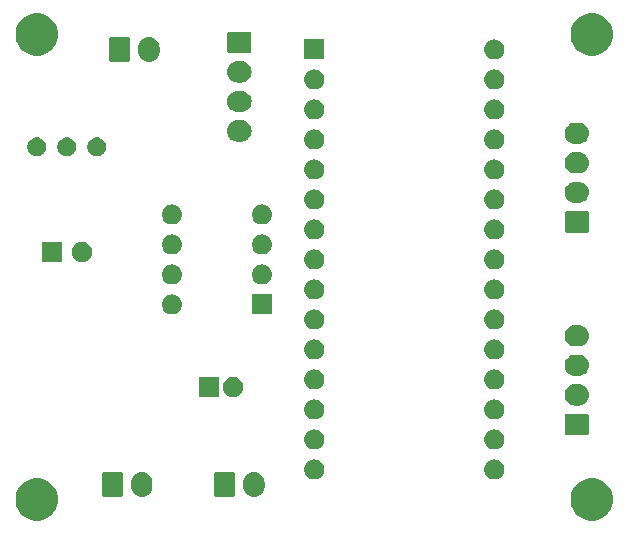
<source format=gbs>
G04 #@! TF.GenerationSoftware,KiCad,Pcbnew,(5.1.2)-2*
G04 #@! TF.CreationDate,2021-05-31T16:07:44+09:00*
G04 #@! TF.ProjectId,enc_can_2,656e635f-6361-46e5-9f32-2e6b69636164,rev?*
G04 #@! TF.SameCoordinates,Original*
G04 #@! TF.FileFunction,Soldermask,Bot*
G04 #@! TF.FilePolarity,Negative*
%FSLAX46Y46*%
G04 Gerber Fmt 4.6, Leading zero omitted, Abs format (unit mm)*
G04 Created by KiCad (PCBNEW (5.1.2)-2) date 2021-05-31 16:07:44*
%MOMM*%
%LPD*%
G04 APERTURE LIST*
%ADD10C,0.100000*%
G04 APERTURE END LIST*
D10*
G36*
X158640331Y-127808211D02*
G01*
X158968092Y-127943974D01*
X159263070Y-128141072D01*
X159513928Y-128391930D01*
X159711026Y-128686908D01*
X159846789Y-129014669D01*
X159916000Y-129362616D01*
X159916000Y-129717384D01*
X159846789Y-130065331D01*
X159711026Y-130393092D01*
X159513928Y-130688070D01*
X159263070Y-130938928D01*
X158968092Y-131136026D01*
X158640331Y-131271789D01*
X158292384Y-131341000D01*
X157937616Y-131341000D01*
X157589669Y-131271789D01*
X157261908Y-131136026D01*
X156966930Y-130938928D01*
X156716072Y-130688070D01*
X156518974Y-130393092D01*
X156383211Y-130065331D01*
X156314000Y-129717384D01*
X156314000Y-129362616D01*
X156383211Y-129014669D01*
X156518974Y-128686908D01*
X156716072Y-128391930D01*
X156966930Y-128141072D01*
X157261908Y-127943974D01*
X157589669Y-127808211D01*
X157937616Y-127739000D01*
X158292384Y-127739000D01*
X158640331Y-127808211D01*
X158640331Y-127808211D01*
G37*
G36*
X111650331Y-127808211D02*
G01*
X111978092Y-127943974D01*
X112273070Y-128141072D01*
X112523928Y-128391930D01*
X112721026Y-128686908D01*
X112856789Y-129014669D01*
X112926000Y-129362616D01*
X112926000Y-129717384D01*
X112856789Y-130065331D01*
X112721026Y-130393092D01*
X112523928Y-130688070D01*
X112273070Y-130938928D01*
X111978092Y-131136026D01*
X111650331Y-131271789D01*
X111302384Y-131341000D01*
X110947616Y-131341000D01*
X110599669Y-131271789D01*
X110271908Y-131136026D01*
X109976930Y-130938928D01*
X109726072Y-130688070D01*
X109528974Y-130393092D01*
X109393211Y-130065331D01*
X109324000Y-129717384D01*
X109324000Y-129362616D01*
X109393211Y-129014669D01*
X109528974Y-128686908D01*
X109726072Y-128391930D01*
X109976930Y-128141072D01*
X110271908Y-127943974D01*
X110599669Y-127808211D01*
X110947616Y-127739000D01*
X111302384Y-127739000D01*
X111650331Y-127808211D01*
X111650331Y-127808211D01*
G37*
G36*
X120191626Y-127232037D02*
G01*
X120361465Y-127283557D01*
X120361467Y-127283558D01*
X120517989Y-127367221D01*
X120655186Y-127479814D01*
X120738448Y-127581271D01*
X120767778Y-127617009D01*
X120851443Y-127773534D01*
X120902963Y-127943373D01*
X120916000Y-128075742D01*
X120916000Y-128464257D01*
X120902963Y-128596626D01*
X120851443Y-128766466D01*
X120767778Y-128922991D01*
X120738448Y-128958729D01*
X120655186Y-129060186D01*
X120560250Y-129138097D01*
X120517991Y-129172778D01*
X120361466Y-129256443D01*
X120191627Y-129307963D01*
X120015000Y-129325359D01*
X119838374Y-129307963D01*
X119668535Y-129256443D01*
X119512010Y-129172778D01*
X119374815Y-129060185D01*
X119262222Y-128922991D01*
X119178557Y-128766466D01*
X119127037Y-128596627D01*
X119114000Y-128464258D01*
X119114000Y-128075743D01*
X119127037Y-127943374D01*
X119178557Y-127773535D01*
X119262222Y-127617010D01*
X119272358Y-127604659D01*
X119374814Y-127479814D01*
X119476271Y-127396552D01*
X119512009Y-127367222D01*
X119668534Y-127283557D01*
X119838373Y-127232037D01*
X120015000Y-127214641D01*
X120191626Y-127232037D01*
X120191626Y-127232037D01*
G37*
G36*
X129676626Y-127232037D02*
G01*
X129846465Y-127283557D01*
X129846467Y-127283558D01*
X130002989Y-127367221D01*
X130140186Y-127479814D01*
X130223448Y-127581271D01*
X130252778Y-127617009D01*
X130336443Y-127773534D01*
X130387963Y-127943373D01*
X130401000Y-128075742D01*
X130401000Y-128464257D01*
X130387963Y-128596626D01*
X130336443Y-128766466D01*
X130252778Y-128922991D01*
X130223448Y-128958729D01*
X130140186Y-129060186D01*
X130045250Y-129138097D01*
X130002991Y-129172778D01*
X129846466Y-129256443D01*
X129676627Y-129307963D01*
X129500000Y-129325359D01*
X129323374Y-129307963D01*
X129153535Y-129256443D01*
X128997010Y-129172778D01*
X128859815Y-129060185D01*
X128747222Y-128922991D01*
X128663557Y-128766466D01*
X128612037Y-128596627D01*
X128599000Y-128464258D01*
X128599000Y-128075743D01*
X128612037Y-127943374D01*
X128663557Y-127773535D01*
X128747222Y-127617010D01*
X128757358Y-127604659D01*
X128859814Y-127479814D01*
X128961271Y-127396552D01*
X128997009Y-127367222D01*
X129153534Y-127283557D01*
X129323373Y-127232037D01*
X129500000Y-127214641D01*
X129676626Y-127232037D01*
X129676626Y-127232037D01*
G37*
G36*
X127758600Y-127222989D02*
G01*
X127791652Y-127233015D01*
X127822103Y-127249292D01*
X127848799Y-127271201D01*
X127870708Y-127297897D01*
X127886985Y-127328348D01*
X127897011Y-127361400D01*
X127901000Y-127401903D01*
X127901000Y-129138097D01*
X127897011Y-129178600D01*
X127886985Y-129211652D01*
X127870708Y-129242103D01*
X127848799Y-129268799D01*
X127822103Y-129290708D01*
X127791652Y-129306985D01*
X127758600Y-129317011D01*
X127718097Y-129321000D01*
X126281903Y-129321000D01*
X126241400Y-129317011D01*
X126208348Y-129306985D01*
X126177897Y-129290708D01*
X126151201Y-129268799D01*
X126129292Y-129242103D01*
X126113015Y-129211652D01*
X126102989Y-129178600D01*
X126099000Y-129138097D01*
X126099000Y-127401903D01*
X126102989Y-127361400D01*
X126113015Y-127328348D01*
X126129292Y-127297897D01*
X126151201Y-127271201D01*
X126177897Y-127249292D01*
X126208348Y-127233015D01*
X126241400Y-127222989D01*
X126281903Y-127219000D01*
X127718097Y-127219000D01*
X127758600Y-127222989D01*
X127758600Y-127222989D01*
G37*
G36*
X118273600Y-127222989D02*
G01*
X118306652Y-127233015D01*
X118337103Y-127249292D01*
X118363799Y-127271201D01*
X118385708Y-127297897D01*
X118401985Y-127328348D01*
X118412011Y-127361400D01*
X118416000Y-127401903D01*
X118416000Y-129138097D01*
X118412011Y-129178600D01*
X118401985Y-129211652D01*
X118385708Y-129242103D01*
X118363799Y-129268799D01*
X118337103Y-129290708D01*
X118306652Y-129306985D01*
X118273600Y-129317011D01*
X118233097Y-129321000D01*
X116796903Y-129321000D01*
X116756400Y-129317011D01*
X116723348Y-129306985D01*
X116692897Y-129290708D01*
X116666201Y-129268799D01*
X116644292Y-129242103D01*
X116628015Y-129211652D01*
X116617989Y-129178600D01*
X116614000Y-129138097D01*
X116614000Y-127401903D01*
X116617989Y-127361400D01*
X116628015Y-127328348D01*
X116644292Y-127297897D01*
X116666201Y-127271201D01*
X116692897Y-127249292D01*
X116723348Y-127233015D01*
X116756400Y-127222989D01*
X116796903Y-127219000D01*
X118233097Y-127219000D01*
X118273600Y-127222989D01*
X118273600Y-127222989D01*
G37*
G36*
X150026823Y-126161313D02*
G01*
X150187242Y-126209976D01*
X150319906Y-126280886D01*
X150335078Y-126288996D01*
X150464659Y-126395341D01*
X150571004Y-126524922D01*
X150571005Y-126524924D01*
X150650024Y-126672758D01*
X150698687Y-126833177D01*
X150715117Y-127000000D01*
X150698687Y-127166823D01*
X150650024Y-127327242D01*
X150628654Y-127367222D01*
X150571004Y-127475078D01*
X150464659Y-127604659D01*
X150335078Y-127711004D01*
X150335076Y-127711005D01*
X150187242Y-127790024D01*
X150026823Y-127838687D01*
X149901804Y-127851000D01*
X149818196Y-127851000D01*
X149693177Y-127838687D01*
X149532758Y-127790024D01*
X149384924Y-127711005D01*
X149384922Y-127711004D01*
X149255341Y-127604659D01*
X149148996Y-127475078D01*
X149091346Y-127367222D01*
X149069976Y-127327242D01*
X149021313Y-127166823D01*
X149004883Y-127000000D01*
X149021313Y-126833177D01*
X149069976Y-126672758D01*
X149148995Y-126524924D01*
X149148996Y-126524922D01*
X149255341Y-126395341D01*
X149384922Y-126288996D01*
X149400094Y-126280886D01*
X149532758Y-126209976D01*
X149693177Y-126161313D01*
X149818196Y-126149000D01*
X149901804Y-126149000D01*
X150026823Y-126161313D01*
X150026823Y-126161313D01*
G37*
G36*
X134786823Y-126161313D02*
G01*
X134947242Y-126209976D01*
X135079906Y-126280886D01*
X135095078Y-126288996D01*
X135224659Y-126395341D01*
X135331004Y-126524922D01*
X135331005Y-126524924D01*
X135410024Y-126672758D01*
X135458687Y-126833177D01*
X135475117Y-127000000D01*
X135458687Y-127166823D01*
X135410024Y-127327242D01*
X135388654Y-127367222D01*
X135331004Y-127475078D01*
X135224659Y-127604659D01*
X135095078Y-127711004D01*
X135095076Y-127711005D01*
X134947242Y-127790024D01*
X134786823Y-127838687D01*
X134661804Y-127851000D01*
X134578196Y-127851000D01*
X134453177Y-127838687D01*
X134292758Y-127790024D01*
X134144924Y-127711005D01*
X134144922Y-127711004D01*
X134015341Y-127604659D01*
X133908996Y-127475078D01*
X133851346Y-127367222D01*
X133829976Y-127327242D01*
X133781313Y-127166823D01*
X133764883Y-127000000D01*
X133781313Y-126833177D01*
X133829976Y-126672758D01*
X133908995Y-126524924D01*
X133908996Y-126524922D01*
X134015341Y-126395341D01*
X134144922Y-126288996D01*
X134160094Y-126280886D01*
X134292758Y-126209976D01*
X134453177Y-126161313D01*
X134578196Y-126149000D01*
X134661804Y-126149000D01*
X134786823Y-126161313D01*
X134786823Y-126161313D01*
G37*
G36*
X150026823Y-123621313D02*
G01*
X150187242Y-123669976D01*
X150319906Y-123740886D01*
X150335078Y-123748996D01*
X150464659Y-123855341D01*
X150571004Y-123984922D01*
X150571005Y-123984924D01*
X150650024Y-124132758D01*
X150698687Y-124293177D01*
X150715117Y-124460000D01*
X150698687Y-124626823D01*
X150650024Y-124787242D01*
X150579114Y-124919906D01*
X150571004Y-124935078D01*
X150464659Y-125064659D01*
X150335078Y-125171004D01*
X150335076Y-125171005D01*
X150187242Y-125250024D01*
X150026823Y-125298687D01*
X149901804Y-125311000D01*
X149818196Y-125311000D01*
X149693177Y-125298687D01*
X149532758Y-125250024D01*
X149384924Y-125171005D01*
X149384922Y-125171004D01*
X149255341Y-125064659D01*
X149148996Y-124935078D01*
X149140886Y-124919906D01*
X149069976Y-124787242D01*
X149021313Y-124626823D01*
X149004883Y-124460000D01*
X149021313Y-124293177D01*
X149069976Y-124132758D01*
X149148995Y-123984924D01*
X149148996Y-123984922D01*
X149255341Y-123855341D01*
X149384922Y-123748996D01*
X149400094Y-123740886D01*
X149532758Y-123669976D01*
X149693177Y-123621313D01*
X149818196Y-123609000D01*
X149901804Y-123609000D01*
X150026823Y-123621313D01*
X150026823Y-123621313D01*
G37*
G36*
X134786823Y-123621313D02*
G01*
X134947242Y-123669976D01*
X135079906Y-123740886D01*
X135095078Y-123748996D01*
X135224659Y-123855341D01*
X135331004Y-123984922D01*
X135331005Y-123984924D01*
X135410024Y-124132758D01*
X135458687Y-124293177D01*
X135475117Y-124460000D01*
X135458687Y-124626823D01*
X135410024Y-124787242D01*
X135339114Y-124919906D01*
X135331004Y-124935078D01*
X135224659Y-125064659D01*
X135095078Y-125171004D01*
X135095076Y-125171005D01*
X134947242Y-125250024D01*
X134786823Y-125298687D01*
X134661804Y-125311000D01*
X134578196Y-125311000D01*
X134453177Y-125298687D01*
X134292758Y-125250024D01*
X134144924Y-125171005D01*
X134144922Y-125171004D01*
X134015341Y-125064659D01*
X133908996Y-124935078D01*
X133900886Y-124919906D01*
X133829976Y-124787242D01*
X133781313Y-124626823D01*
X133764883Y-124460000D01*
X133781313Y-124293177D01*
X133829976Y-124132758D01*
X133908995Y-123984924D01*
X133908996Y-123984922D01*
X134015341Y-123855341D01*
X134144922Y-123748996D01*
X134160094Y-123740886D01*
X134292758Y-123669976D01*
X134453177Y-123621313D01*
X134578196Y-123609000D01*
X134661804Y-123609000D01*
X134786823Y-123621313D01*
X134786823Y-123621313D01*
G37*
G36*
X157728600Y-122292989D02*
G01*
X157761652Y-122303015D01*
X157792103Y-122319292D01*
X157818799Y-122341201D01*
X157840708Y-122367897D01*
X157856985Y-122398348D01*
X157867011Y-122431400D01*
X157871000Y-122471903D01*
X157871000Y-123908097D01*
X157867011Y-123948600D01*
X157856985Y-123981652D01*
X157840708Y-124012103D01*
X157818799Y-124038799D01*
X157792103Y-124060708D01*
X157761652Y-124076985D01*
X157728600Y-124087011D01*
X157688097Y-124091000D01*
X156001903Y-124091000D01*
X155961400Y-124087011D01*
X155928348Y-124076985D01*
X155897897Y-124060708D01*
X155871201Y-124038799D01*
X155849292Y-124012103D01*
X155833015Y-123981652D01*
X155822989Y-123948600D01*
X155819000Y-123908097D01*
X155819000Y-122471903D01*
X155822989Y-122431400D01*
X155833015Y-122398348D01*
X155849292Y-122367897D01*
X155871201Y-122341201D01*
X155897897Y-122319292D01*
X155928348Y-122303015D01*
X155961400Y-122292989D01*
X156001903Y-122289000D01*
X157688097Y-122289000D01*
X157728600Y-122292989D01*
X157728600Y-122292989D01*
G37*
G36*
X134786823Y-121081313D02*
G01*
X134947242Y-121129976D01*
X135065131Y-121192989D01*
X135095078Y-121208996D01*
X135224659Y-121315341D01*
X135331004Y-121444922D01*
X135331005Y-121444924D01*
X135410024Y-121592758D01*
X135458687Y-121753177D01*
X135475117Y-121920000D01*
X135458687Y-122086823D01*
X135410024Y-122247242D01*
X135371512Y-122319292D01*
X135331004Y-122395078D01*
X135224659Y-122524659D01*
X135095078Y-122631004D01*
X135095076Y-122631005D01*
X134947242Y-122710024D01*
X134786823Y-122758687D01*
X134661804Y-122771000D01*
X134578196Y-122771000D01*
X134453177Y-122758687D01*
X134292758Y-122710024D01*
X134144924Y-122631005D01*
X134144922Y-122631004D01*
X134015341Y-122524659D01*
X133908996Y-122395078D01*
X133868488Y-122319292D01*
X133829976Y-122247242D01*
X133781313Y-122086823D01*
X133764883Y-121920000D01*
X133781313Y-121753177D01*
X133829976Y-121592758D01*
X133908995Y-121444924D01*
X133908996Y-121444922D01*
X134015341Y-121315341D01*
X134144922Y-121208996D01*
X134174869Y-121192989D01*
X134292758Y-121129976D01*
X134453177Y-121081313D01*
X134578196Y-121069000D01*
X134661804Y-121069000D01*
X134786823Y-121081313D01*
X134786823Y-121081313D01*
G37*
G36*
X150026823Y-121081313D02*
G01*
X150187242Y-121129976D01*
X150305131Y-121192989D01*
X150335078Y-121208996D01*
X150464659Y-121315341D01*
X150571004Y-121444922D01*
X150571005Y-121444924D01*
X150650024Y-121592758D01*
X150698687Y-121753177D01*
X150715117Y-121920000D01*
X150698687Y-122086823D01*
X150650024Y-122247242D01*
X150611512Y-122319292D01*
X150571004Y-122395078D01*
X150464659Y-122524659D01*
X150335078Y-122631004D01*
X150335076Y-122631005D01*
X150187242Y-122710024D01*
X150026823Y-122758687D01*
X149901804Y-122771000D01*
X149818196Y-122771000D01*
X149693177Y-122758687D01*
X149532758Y-122710024D01*
X149384924Y-122631005D01*
X149384922Y-122631004D01*
X149255341Y-122524659D01*
X149148996Y-122395078D01*
X149108488Y-122319292D01*
X149069976Y-122247242D01*
X149021313Y-122086823D01*
X149004883Y-121920000D01*
X149021313Y-121753177D01*
X149069976Y-121592758D01*
X149148995Y-121444924D01*
X149148996Y-121444922D01*
X149255341Y-121315341D01*
X149384922Y-121208996D01*
X149414869Y-121192989D01*
X149532758Y-121129976D01*
X149693177Y-121081313D01*
X149818196Y-121069000D01*
X149901804Y-121069000D01*
X150026823Y-121081313D01*
X150026823Y-121081313D01*
G37*
G36*
X157080443Y-119795519D02*
G01*
X157146627Y-119802037D01*
X157316466Y-119853557D01*
X157472991Y-119937222D01*
X157508729Y-119966552D01*
X157610186Y-120049814D01*
X157693448Y-120151271D01*
X157722778Y-120187009D01*
X157806443Y-120343534D01*
X157857963Y-120513373D01*
X157875359Y-120690000D01*
X157857963Y-120866627D01*
X157806443Y-121036466D01*
X157722778Y-121192991D01*
X157709643Y-121208996D01*
X157610186Y-121330186D01*
X157508729Y-121413448D01*
X157472991Y-121442778D01*
X157316466Y-121526443D01*
X157146627Y-121577963D01*
X157080442Y-121584482D01*
X157014260Y-121591000D01*
X156675740Y-121591000D01*
X156609558Y-121584482D01*
X156543373Y-121577963D01*
X156373534Y-121526443D01*
X156217009Y-121442778D01*
X156181271Y-121413448D01*
X156079814Y-121330186D01*
X155980357Y-121208996D01*
X155967222Y-121192991D01*
X155883557Y-121036466D01*
X155832037Y-120866627D01*
X155814641Y-120690000D01*
X155832037Y-120513373D01*
X155883557Y-120343534D01*
X155967222Y-120187009D01*
X155996552Y-120151271D01*
X156079814Y-120049814D01*
X156181271Y-119966552D01*
X156217009Y-119937222D01*
X156373534Y-119853557D01*
X156543373Y-119802037D01*
X156609557Y-119795519D01*
X156675740Y-119789000D01*
X157014260Y-119789000D01*
X157080443Y-119795519D01*
X157080443Y-119795519D01*
G37*
G36*
X127978228Y-119196703D02*
G01*
X128133100Y-119260853D01*
X128272481Y-119353985D01*
X128391015Y-119472519D01*
X128484147Y-119611900D01*
X128548297Y-119766772D01*
X128581000Y-119931184D01*
X128581000Y-120098816D01*
X128548297Y-120263228D01*
X128484147Y-120418100D01*
X128391015Y-120557481D01*
X128272481Y-120676015D01*
X128133100Y-120769147D01*
X127978228Y-120833297D01*
X127813816Y-120866000D01*
X127646184Y-120866000D01*
X127481772Y-120833297D01*
X127326900Y-120769147D01*
X127187519Y-120676015D01*
X127068985Y-120557481D01*
X126975853Y-120418100D01*
X126911703Y-120263228D01*
X126879000Y-120098816D01*
X126879000Y-119931184D01*
X126911703Y-119766772D01*
X126975853Y-119611900D01*
X127068985Y-119472519D01*
X127187519Y-119353985D01*
X127326900Y-119260853D01*
X127481772Y-119196703D01*
X127646184Y-119164000D01*
X127813816Y-119164000D01*
X127978228Y-119196703D01*
X127978228Y-119196703D01*
G37*
G36*
X126581000Y-120866000D02*
G01*
X124879000Y-120866000D01*
X124879000Y-119164000D01*
X126581000Y-119164000D01*
X126581000Y-120866000D01*
X126581000Y-120866000D01*
G37*
G36*
X150026823Y-118541313D02*
G01*
X150187242Y-118589976D01*
X150319906Y-118660886D01*
X150335078Y-118668996D01*
X150464659Y-118775341D01*
X150571004Y-118904922D01*
X150571005Y-118904924D01*
X150650024Y-119052758D01*
X150698687Y-119213177D01*
X150715117Y-119380000D01*
X150698687Y-119546823D01*
X150650024Y-119707242D01*
X150606323Y-119789000D01*
X150571004Y-119855078D01*
X150464659Y-119984659D01*
X150335078Y-120091004D01*
X150335076Y-120091005D01*
X150187242Y-120170024D01*
X150026823Y-120218687D01*
X149901804Y-120231000D01*
X149818196Y-120231000D01*
X149693177Y-120218687D01*
X149532758Y-120170024D01*
X149384924Y-120091005D01*
X149384922Y-120091004D01*
X149255341Y-119984659D01*
X149148996Y-119855078D01*
X149113677Y-119789000D01*
X149069976Y-119707242D01*
X149021313Y-119546823D01*
X149004883Y-119380000D01*
X149021313Y-119213177D01*
X149069976Y-119052758D01*
X149148995Y-118904924D01*
X149148996Y-118904922D01*
X149255341Y-118775341D01*
X149384922Y-118668996D01*
X149400094Y-118660886D01*
X149532758Y-118589976D01*
X149693177Y-118541313D01*
X149818196Y-118529000D01*
X149901804Y-118529000D01*
X150026823Y-118541313D01*
X150026823Y-118541313D01*
G37*
G36*
X134786823Y-118541313D02*
G01*
X134947242Y-118589976D01*
X135079906Y-118660886D01*
X135095078Y-118668996D01*
X135224659Y-118775341D01*
X135331004Y-118904922D01*
X135331005Y-118904924D01*
X135410024Y-119052758D01*
X135458687Y-119213177D01*
X135475117Y-119380000D01*
X135458687Y-119546823D01*
X135410024Y-119707242D01*
X135366323Y-119789000D01*
X135331004Y-119855078D01*
X135224659Y-119984659D01*
X135095078Y-120091004D01*
X135095076Y-120091005D01*
X134947242Y-120170024D01*
X134786823Y-120218687D01*
X134661804Y-120231000D01*
X134578196Y-120231000D01*
X134453177Y-120218687D01*
X134292758Y-120170024D01*
X134144924Y-120091005D01*
X134144922Y-120091004D01*
X134015341Y-119984659D01*
X133908996Y-119855078D01*
X133873677Y-119789000D01*
X133829976Y-119707242D01*
X133781313Y-119546823D01*
X133764883Y-119380000D01*
X133781313Y-119213177D01*
X133829976Y-119052758D01*
X133908995Y-118904924D01*
X133908996Y-118904922D01*
X134015341Y-118775341D01*
X134144922Y-118668996D01*
X134160094Y-118660886D01*
X134292758Y-118589976D01*
X134453177Y-118541313D01*
X134578196Y-118529000D01*
X134661804Y-118529000D01*
X134786823Y-118541313D01*
X134786823Y-118541313D01*
G37*
G36*
X157080442Y-117295518D02*
G01*
X157146627Y-117302037D01*
X157316466Y-117353557D01*
X157472991Y-117437222D01*
X157508729Y-117466552D01*
X157610186Y-117549814D01*
X157676012Y-117630025D01*
X157722778Y-117687009D01*
X157806443Y-117843534D01*
X157857963Y-118013373D01*
X157875359Y-118190000D01*
X157857963Y-118366627D01*
X157806443Y-118536466D01*
X157722778Y-118692991D01*
X157693448Y-118728729D01*
X157610186Y-118830186D01*
X157519116Y-118904924D01*
X157472991Y-118942778D01*
X157316466Y-119026443D01*
X157146627Y-119077963D01*
X157080442Y-119084482D01*
X157014260Y-119091000D01*
X156675740Y-119091000D01*
X156609558Y-119084482D01*
X156543373Y-119077963D01*
X156373534Y-119026443D01*
X156217009Y-118942778D01*
X156170884Y-118904924D01*
X156079814Y-118830186D01*
X155996552Y-118728729D01*
X155967222Y-118692991D01*
X155883557Y-118536466D01*
X155832037Y-118366627D01*
X155814641Y-118190000D01*
X155832037Y-118013373D01*
X155883557Y-117843534D01*
X155967222Y-117687009D01*
X156013988Y-117630025D01*
X156079814Y-117549814D01*
X156181271Y-117466552D01*
X156217009Y-117437222D01*
X156373534Y-117353557D01*
X156543373Y-117302037D01*
X156609558Y-117295518D01*
X156675740Y-117289000D01*
X157014260Y-117289000D01*
X157080442Y-117295518D01*
X157080442Y-117295518D01*
G37*
G36*
X134786823Y-116001313D02*
G01*
X134947242Y-116049976D01*
X135079906Y-116120886D01*
X135095078Y-116128996D01*
X135224659Y-116235341D01*
X135331004Y-116364922D01*
X135331005Y-116364924D01*
X135410024Y-116512758D01*
X135458687Y-116673177D01*
X135475117Y-116840000D01*
X135458687Y-117006823D01*
X135410024Y-117167242D01*
X135344943Y-117289000D01*
X135331004Y-117315078D01*
X135224659Y-117444659D01*
X135095078Y-117551004D01*
X135095076Y-117551005D01*
X134947242Y-117630024D01*
X134786823Y-117678687D01*
X134661804Y-117691000D01*
X134578196Y-117691000D01*
X134453177Y-117678687D01*
X134292758Y-117630024D01*
X134144924Y-117551005D01*
X134144922Y-117551004D01*
X134015341Y-117444659D01*
X133908996Y-117315078D01*
X133895057Y-117289000D01*
X133829976Y-117167242D01*
X133781313Y-117006823D01*
X133764883Y-116840000D01*
X133781313Y-116673177D01*
X133829976Y-116512758D01*
X133908995Y-116364924D01*
X133908996Y-116364922D01*
X134015341Y-116235341D01*
X134144922Y-116128996D01*
X134160094Y-116120886D01*
X134292758Y-116049976D01*
X134453177Y-116001313D01*
X134578196Y-115989000D01*
X134661804Y-115989000D01*
X134786823Y-116001313D01*
X134786823Y-116001313D01*
G37*
G36*
X150026823Y-116001313D02*
G01*
X150187242Y-116049976D01*
X150319906Y-116120886D01*
X150335078Y-116128996D01*
X150464659Y-116235341D01*
X150571004Y-116364922D01*
X150571005Y-116364924D01*
X150650024Y-116512758D01*
X150698687Y-116673177D01*
X150715117Y-116840000D01*
X150698687Y-117006823D01*
X150650024Y-117167242D01*
X150584943Y-117289000D01*
X150571004Y-117315078D01*
X150464659Y-117444659D01*
X150335078Y-117551004D01*
X150335076Y-117551005D01*
X150187242Y-117630024D01*
X150026823Y-117678687D01*
X149901804Y-117691000D01*
X149818196Y-117691000D01*
X149693177Y-117678687D01*
X149532758Y-117630024D01*
X149384924Y-117551005D01*
X149384922Y-117551004D01*
X149255341Y-117444659D01*
X149148996Y-117315078D01*
X149135057Y-117289000D01*
X149069976Y-117167242D01*
X149021313Y-117006823D01*
X149004883Y-116840000D01*
X149021313Y-116673177D01*
X149069976Y-116512758D01*
X149148995Y-116364924D01*
X149148996Y-116364922D01*
X149255341Y-116235341D01*
X149384922Y-116128996D01*
X149400094Y-116120886D01*
X149532758Y-116049976D01*
X149693177Y-116001313D01*
X149818196Y-115989000D01*
X149901804Y-115989000D01*
X150026823Y-116001313D01*
X150026823Y-116001313D01*
G37*
G36*
X157080442Y-114795518D02*
G01*
X157146627Y-114802037D01*
X157316466Y-114853557D01*
X157472991Y-114937222D01*
X157508729Y-114966552D01*
X157610186Y-115049814D01*
X157683120Y-115138686D01*
X157722778Y-115187009D01*
X157806443Y-115343534D01*
X157857963Y-115513373D01*
X157875359Y-115690000D01*
X157857963Y-115866627D01*
X157806443Y-116036466D01*
X157722778Y-116192991D01*
X157693448Y-116228729D01*
X157610186Y-116330186D01*
X157508729Y-116413448D01*
X157472991Y-116442778D01*
X157316466Y-116526443D01*
X157146627Y-116577963D01*
X157080442Y-116584482D01*
X157014260Y-116591000D01*
X156675740Y-116591000D01*
X156609558Y-116584482D01*
X156543373Y-116577963D01*
X156373534Y-116526443D01*
X156217009Y-116442778D01*
X156181271Y-116413448D01*
X156079814Y-116330186D01*
X155996552Y-116228729D01*
X155967222Y-116192991D01*
X155883557Y-116036466D01*
X155832037Y-115866627D01*
X155814641Y-115690000D01*
X155832037Y-115513373D01*
X155883557Y-115343534D01*
X155967222Y-115187009D01*
X156006880Y-115138686D01*
X156079814Y-115049814D01*
X156181271Y-114966552D01*
X156217009Y-114937222D01*
X156373534Y-114853557D01*
X156543373Y-114802037D01*
X156609558Y-114795518D01*
X156675740Y-114789000D01*
X157014260Y-114789000D01*
X157080442Y-114795518D01*
X157080442Y-114795518D01*
G37*
G36*
X150026823Y-113461313D02*
G01*
X150187242Y-113509976D01*
X150319906Y-113580886D01*
X150335078Y-113588996D01*
X150464659Y-113695341D01*
X150571004Y-113824922D01*
X150571005Y-113824924D01*
X150650024Y-113972758D01*
X150698687Y-114133177D01*
X150715117Y-114300000D01*
X150698687Y-114466823D01*
X150650024Y-114627242D01*
X150579114Y-114759906D01*
X150571004Y-114775078D01*
X150464659Y-114904659D01*
X150335078Y-115011004D01*
X150335076Y-115011005D01*
X150187242Y-115090024D01*
X150026823Y-115138687D01*
X149901804Y-115151000D01*
X149818196Y-115151000D01*
X149693177Y-115138687D01*
X149532758Y-115090024D01*
X149384924Y-115011005D01*
X149384922Y-115011004D01*
X149255341Y-114904659D01*
X149148996Y-114775078D01*
X149140886Y-114759906D01*
X149069976Y-114627242D01*
X149021313Y-114466823D01*
X149004883Y-114300000D01*
X149021313Y-114133177D01*
X149069976Y-113972758D01*
X149148995Y-113824924D01*
X149148996Y-113824922D01*
X149255341Y-113695341D01*
X149384922Y-113588996D01*
X149400094Y-113580886D01*
X149532758Y-113509976D01*
X149693177Y-113461313D01*
X149818196Y-113449000D01*
X149901804Y-113449000D01*
X150026823Y-113461313D01*
X150026823Y-113461313D01*
G37*
G36*
X134786823Y-113461313D02*
G01*
X134947242Y-113509976D01*
X135079906Y-113580886D01*
X135095078Y-113588996D01*
X135224659Y-113695341D01*
X135331004Y-113824922D01*
X135331005Y-113824924D01*
X135410024Y-113972758D01*
X135458687Y-114133177D01*
X135475117Y-114300000D01*
X135458687Y-114466823D01*
X135410024Y-114627242D01*
X135339114Y-114759906D01*
X135331004Y-114775078D01*
X135224659Y-114904659D01*
X135095078Y-115011004D01*
X135095076Y-115011005D01*
X134947242Y-115090024D01*
X134786823Y-115138687D01*
X134661804Y-115151000D01*
X134578196Y-115151000D01*
X134453177Y-115138687D01*
X134292758Y-115090024D01*
X134144924Y-115011005D01*
X134144922Y-115011004D01*
X134015341Y-114904659D01*
X133908996Y-114775078D01*
X133900886Y-114759906D01*
X133829976Y-114627242D01*
X133781313Y-114466823D01*
X133764883Y-114300000D01*
X133781313Y-114133177D01*
X133829976Y-113972758D01*
X133908995Y-113824924D01*
X133908996Y-113824922D01*
X134015341Y-113695341D01*
X134144922Y-113588996D01*
X134160094Y-113580886D01*
X134292758Y-113509976D01*
X134453177Y-113461313D01*
X134578196Y-113449000D01*
X134661804Y-113449000D01*
X134786823Y-113461313D01*
X134786823Y-113461313D01*
G37*
G36*
X131026000Y-113881000D02*
G01*
X129324000Y-113881000D01*
X129324000Y-112179000D01*
X131026000Y-112179000D01*
X131026000Y-113881000D01*
X131026000Y-113881000D01*
G37*
G36*
X122721823Y-112191313D02*
G01*
X122882242Y-112239976D01*
X123014906Y-112310886D01*
X123030078Y-112318996D01*
X123159659Y-112425341D01*
X123266004Y-112554922D01*
X123266005Y-112554924D01*
X123345024Y-112702758D01*
X123393687Y-112863177D01*
X123410117Y-113030000D01*
X123393687Y-113196823D01*
X123345024Y-113357242D01*
X123295978Y-113449000D01*
X123266004Y-113505078D01*
X123159659Y-113634659D01*
X123030078Y-113741004D01*
X123030076Y-113741005D01*
X122882242Y-113820024D01*
X122721823Y-113868687D01*
X122596804Y-113881000D01*
X122513196Y-113881000D01*
X122388177Y-113868687D01*
X122227758Y-113820024D01*
X122079924Y-113741005D01*
X122079922Y-113741004D01*
X121950341Y-113634659D01*
X121843996Y-113505078D01*
X121814022Y-113449000D01*
X121764976Y-113357242D01*
X121716313Y-113196823D01*
X121699883Y-113030000D01*
X121716313Y-112863177D01*
X121764976Y-112702758D01*
X121843995Y-112554924D01*
X121843996Y-112554922D01*
X121950341Y-112425341D01*
X122079922Y-112318996D01*
X122095094Y-112310886D01*
X122227758Y-112239976D01*
X122388177Y-112191313D01*
X122513196Y-112179000D01*
X122596804Y-112179000D01*
X122721823Y-112191313D01*
X122721823Y-112191313D01*
G37*
G36*
X150026823Y-110921313D02*
G01*
X150187242Y-110969976D01*
X150319906Y-111040886D01*
X150335078Y-111048996D01*
X150464659Y-111155341D01*
X150571004Y-111284922D01*
X150571005Y-111284924D01*
X150650024Y-111432758D01*
X150698687Y-111593177D01*
X150715117Y-111760000D01*
X150698687Y-111926823D01*
X150650024Y-112087242D01*
X150600978Y-112179000D01*
X150571004Y-112235078D01*
X150464659Y-112364659D01*
X150335078Y-112471004D01*
X150335076Y-112471005D01*
X150187242Y-112550024D01*
X150026823Y-112598687D01*
X149901804Y-112611000D01*
X149818196Y-112611000D01*
X149693177Y-112598687D01*
X149532758Y-112550024D01*
X149384924Y-112471005D01*
X149384922Y-112471004D01*
X149255341Y-112364659D01*
X149148996Y-112235078D01*
X149119022Y-112179000D01*
X149069976Y-112087242D01*
X149021313Y-111926823D01*
X149004883Y-111760000D01*
X149021313Y-111593177D01*
X149069976Y-111432758D01*
X149148995Y-111284924D01*
X149148996Y-111284922D01*
X149255341Y-111155341D01*
X149384922Y-111048996D01*
X149400094Y-111040886D01*
X149532758Y-110969976D01*
X149693177Y-110921313D01*
X149818196Y-110909000D01*
X149901804Y-110909000D01*
X150026823Y-110921313D01*
X150026823Y-110921313D01*
G37*
G36*
X134786823Y-110921313D02*
G01*
X134947242Y-110969976D01*
X135079906Y-111040886D01*
X135095078Y-111048996D01*
X135224659Y-111155341D01*
X135331004Y-111284922D01*
X135331005Y-111284924D01*
X135410024Y-111432758D01*
X135458687Y-111593177D01*
X135475117Y-111760000D01*
X135458687Y-111926823D01*
X135410024Y-112087242D01*
X135360978Y-112179000D01*
X135331004Y-112235078D01*
X135224659Y-112364659D01*
X135095078Y-112471004D01*
X135095076Y-112471005D01*
X134947242Y-112550024D01*
X134786823Y-112598687D01*
X134661804Y-112611000D01*
X134578196Y-112611000D01*
X134453177Y-112598687D01*
X134292758Y-112550024D01*
X134144924Y-112471005D01*
X134144922Y-112471004D01*
X134015341Y-112364659D01*
X133908996Y-112235078D01*
X133879022Y-112179000D01*
X133829976Y-112087242D01*
X133781313Y-111926823D01*
X133764883Y-111760000D01*
X133781313Y-111593177D01*
X133829976Y-111432758D01*
X133908995Y-111284924D01*
X133908996Y-111284922D01*
X134015341Y-111155341D01*
X134144922Y-111048996D01*
X134160094Y-111040886D01*
X134292758Y-110969976D01*
X134453177Y-110921313D01*
X134578196Y-110909000D01*
X134661804Y-110909000D01*
X134786823Y-110921313D01*
X134786823Y-110921313D01*
G37*
G36*
X122721823Y-109651313D02*
G01*
X122882242Y-109699976D01*
X123014906Y-109770886D01*
X123030078Y-109778996D01*
X123159659Y-109885341D01*
X123266004Y-110014922D01*
X123266005Y-110014924D01*
X123345024Y-110162758D01*
X123393687Y-110323177D01*
X123410117Y-110490000D01*
X123393687Y-110656823D01*
X123345024Y-110817242D01*
X123295978Y-110909000D01*
X123266004Y-110965078D01*
X123159659Y-111094659D01*
X123030078Y-111201004D01*
X123030076Y-111201005D01*
X122882242Y-111280024D01*
X122721823Y-111328687D01*
X122596804Y-111341000D01*
X122513196Y-111341000D01*
X122388177Y-111328687D01*
X122227758Y-111280024D01*
X122079924Y-111201005D01*
X122079922Y-111201004D01*
X121950341Y-111094659D01*
X121843996Y-110965078D01*
X121814022Y-110909000D01*
X121764976Y-110817242D01*
X121716313Y-110656823D01*
X121699883Y-110490000D01*
X121716313Y-110323177D01*
X121764976Y-110162758D01*
X121843995Y-110014924D01*
X121843996Y-110014922D01*
X121950341Y-109885341D01*
X122079922Y-109778996D01*
X122095094Y-109770886D01*
X122227758Y-109699976D01*
X122388177Y-109651313D01*
X122513196Y-109639000D01*
X122596804Y-109639000D01*
X122721823Y-109651313D01*
X122721823Y-109651313D01*
G37*
G36*
X130341823Y-109651313D02*
G01*
X130502242Y-109699976D01*
X130634906Y-109770886D01*
X130650078Y-109778996D01*
X130779659Y-109885341D01*
X130886004Y-110014922D01*
X130886005Y-110014924D01*
X130965024Y-110162758D01*
X131013687Y-110323177D01*
X131030117Y-110490000D01*
X131013687Y-110656823D01*
X130965024Y-110817242D01*
X130915978Y-110909000D01*
X130886004Y-110965078D01*
X130779659Y-111094659D01*
X130650078Y-111201004D01*
X130650076Y-111201005D01*
X130502242Y-111280024D01*
X130341823Y-111328687D01*
X130216804Y-111341000D01*
X130133196Y-111341000D01*
X130008177Y-111328687D01*
X129847758Y-111280024D01*
X129699924Y-111201005D01*
X129699922Y-111201004D01*
X129570341Y-111094659D01*
X129463996Y-110965078D01*
X129434022Y-110909000D01*
X129384976Y-110817242D01*
X129336313Y-110656823D01*
X129319883Y-110490000D01*
X129336313Y-110323177D01*
X129384976Y-110162758D01*
X129463995Y-110014924D01*
X129463996Y-110014922D01*
X129570341Y-109885341D01*
X129699922Y-109778996D01*
X129715094Y-109770886D01*
X129847758Y-109699976D01*
X130008177Y-109651313D01*
X130133196Y-109639000D01*
X130216804Y-109639000D01*
X130341823Y-109651313D01*
X130341823Y-109651313D01*
G37*
G36*
X134786823Y-108381313D02*
G01*
X134947242Y-108429976D01*
X135079906Y-108500886D01*
X135095078Y-108508996D01*
X135224659Y-108615341D01*
X135331004Y-108744922D01*
X135331005Y-108744924D01*
X135410024Y-108892758D01*
X135458687Y-109053177D01*
X135475117Y-109220000D01*
X135458687Y-109386823D01*
X135410024Y-109547242D01*
X135360978Y-109639000D01*
X135331004Y-109695078D01*
X135224659Y-109824659D01*
X135095078Y-109931004D01*
X135095076Y-109931005D01*
X134947242Y-110010024D01*
X134786823Y-110058687D01*
X134661804Y-110071000D01*
X134578196Y-110071000D01*
X134453177Y-110058687D01*
X134292758Y-110010024D01*
X134144924Y-109931005D01*
X134144922Y-109931004D01*
X134015341Y-109824659D01*
X133908996Y-109695078D01*
X133879022Y-109639000D01*
X133829976Y-109547242D01*
X133781313Y-109386823D01*
X133764883Y-109220000D01*
X133781313Y-109053177D01*
X133829976Y-108892758D01*
X133908995Y-108744924D01*
X133908996Y-108744922D01*
X134015341Y-108615341D01*
X134144922Y-108508996D01*
X134160094Y-108500886D01*
X134292758Y-108429976D01*
X134453177Y-108381313D01*
X134578196Y-108369000D01*
X134661804Y-108369000D01*
X134786823Y-108381313D01*
X134786823Y-108381313D01*
G37*
G36*
X150026823Y-108381313D02*
G01*
X150187242Y-108429976D01*
X150319906Y-108500886D01*
X150335078Y-108508996D01*
X150464659Y-108615341D01*
X150571004Y-108744922D01*
X150571005Y-108744924D01*
X150650024Y-108892758D01*
X150698687Y-109053177D01*
X150715117Y-109220000D01*
X150698687Y-109386823D01*
X150650024Y-109547242D01*
X150600978Y-109639000D01*
X150571004Y-109695078D01*
X150464659Y-109824659D01*
X150335078Y-109931004D01*
X150335076Y-109931005D01*
X150187242Y-110010024D01*
X150026823Y-110058687D01*
X149901804Y-110071000D01*
X149818196Y-110071000D01*
X149693177Y-110058687D01*
X149532758Y-110010024D01*
X149384924Y-109931005D01*
X149384922Y-109931004D01*
X149255341Y-109824659D01*
X149148996Y-109695078D01*
X149119022Y-109639000D01*
X149069976Y-109547242D01*
X149021313Y-109386823D01*
X149004883Y-109220000D01*
X149021313Y-109053177D01*
X149069976Y-108892758D01*
X149148995Y-108744924D01*
X149148996Y-108744922D01*
X149255341Y-108615341D01*
X149384922Y-108508996D01*
X149400094Y-108500886D01*
X149532758Y-108429976D01*
X149693177Y-108381313D01*
X149818196Y-108369000D01*
X149901804Y-108369000D01*
X150026823Y-108381313D01*
X150026823Y-108381313D01*
G37*
G36*
X113286000Y-109436000D02*
G01*
X111584000Y-109436000D01*
X111584000Y-107734000D01*
X113286000Y-107734000D01*
X113286000Y-109436000D01*
X113286000Y-109436000D01*
G37*
G36*
X115183228Y-107766703D02*
G01*
X115338100Y-107830853D01*
X115477481Y-107923985D01*
X115596015Y-108042519D01*
X115689147Y-108181900D01*
X115753297Y-108336772D01*
X115786000Y-108501184D01*
X115786000Y-108668816D01*
X115753297Y-108833228D01*
X115689147Y-108988100D01*
X115596015Y-109127481D01*
X115477481Y-109246015D01*
X115338100Y-109339147D01*
X115183228Y-109403297D01*
X115018816Y-109436000D01*
X114851184Y-109436000D01*
X114686772Y-109403297D01*
X114531900Y-109339147D01*
X114392519Y-109246015D01*
X114273985Y-109127481D01*
X114180853Y-108988100D01*
X114116703Y-108833228D01*
X114084000Y-108668816D01*
X114084000Y-108501184D01*
X114116703Y-108336772D01*
X114180853Y-108181900D01*
X114273985Y-108042519D01*
X114392519Y-107923985D01*
X114531900Y-107830853D01*
X114686772Y-107766703D01*
X114851184Y-107734000D01*
X115018816Y-107734000D01*
X115183228Y-107766703D01*
X115183228Y-107766703D01*
G37*
G36*
X130341823Y-107111313D02*
G01*
X130502242Y-107159976D01*
X130634906Y-107230886D01*
X130650078Y-107238996D01*
X130779659Y-107345341D01*
X130886004Y-107474922D01*
X130886005Y-107474924D01*
X130965024Y-107622758D01*
X131013687Y-107783177D01*
X131030117Y-107950000D01*
X131013687Y-108116823D01*
X130965024Y-108277242D01*
X130915978Y-108369000D01*
X130886004Y-108425078D01*
X130779659Y-108554659D01*
X130650078Y-108661004D01*
X130650076Y-108661005D01*
X130502242Y-108740024D01*
X130341823Y-108788687D01*
X130216804Y-108801000D01*
X130133196Y-108801000D01*
X130008177Y-108788687D01*
X129847758Y-108740024D01*
X129699924Y-108661005D01*
X129699922Y-108661004D01*
X129570341Y-108554659D01*
X129463996Y-108425078D01*
X129434022Y-108369000D01*
X129384976Y-108277242D01*
X129336313Y-108116823D01*
X129319883Y-107950000D01*
X129336313Y-107783177D01*
X129384976Y-107622758D01*
X129463995Y-107474924D01*
X129463996Y-107474922D01*
X129570341Y-107345341D01*
X129699922Y-107238996D01*
X129715094Y-107230886D01*
X129847758Y-107159976D01*
X130008177Y-107111313D01*
X130133196Y-107099000D01*
X130216804Y-107099000D01*
X130341823Y-107111313D01*
X130341823Y-107111313D01*
G37*
G36*
X122721823Y-107111313D02*
G01*
X122882242Y-107159976D01*
X123014906Y-107230886D01*
X123030078Y-107238996D01*
X123159659Y-107345341D01*
X123266004Y-107474922D01*
X123266005Y-107474924D01*
X123345024Y-107622758D01*
X123393687Y-107783177D01*
X123410117Y-107950000D01*
X123393687Y-108116823D01*
X123345024Y-108277242D01*
X123295978Y-108369000D01*
X123266004Y-108425078D01*
X123159659Y-108554659D01*
X123030078Y-108661004D01*
X123030076Y-108661005D01*
X122882242Y-108740024D01*
X122721823Y-108788687D01*
X122596804Y-108801000D01*
X122513196Y-108801000D01*
X122388177Y-108788687D01*
X122227758Y-108740024D01*
X122079924Y-108661005D01*
X122079922Y-108661004D01*
X121950341Y-108554659D01*
X121843996Y-108425078D01*
X121814022Y-108369000D01*
X121764976Y-108277242D01*
X121716313Y-108116823D01*
X121699883Y-107950000D01*
X121716313Y-107783177D01*
X121764976Y-107622758D01*
X121843995Y-107474924D01*
X121843996Y-107474922D01*
X121950341Y-107345341D01*
X122079922Y-107238996D01*
X122095094Y-107230886D01*
X122227758Y-107159976D01*
X122388177Y-107111313D01*
X122513196Y-107099000D01*
X122596804Y-107099000D01*
X122721823Y-107111313D01*
X122721823Y-107111313D01*
G37*
G36*
X150026823Y-105841313D02*
G01*
X150187242Y-105889976D01*
X150319906Y-105960886D01*
X150335078Y-105968996D01*
X150464659Y-106075341D01*
X150571004Y-106204922D01*
X150571005Y-106204924D01*
X150650024Y-106352758D01*
X150698687Y-106513177D01*
X150715117Y-106680000D01*
X150698687Y-106846823D01*
X150650024Y-107007242D01*
X150600978Y-107099000D01*
X150571004Y-107155078D01*
X150464659Y-107284659D01*
X150335078Y-107391004D01*
X150335076Y-107391005D01*
X150187242Y-107470024D01*
X150026823Y-107518687D01*
X149901804Y-107531000D01*
X149818196Y-107531000D01*
X149693177Y-107518687D01*
X149532758Y-107470024D01*
X149384924Y-107391005D01*
X149384922Y-107391004D01*
X149255341Y-107284659D01*
X149148996Y-107155078D01*
X149119022Y-107099000D01*
X149069976Y-107007242D01*
X149021313Y-106846823D01*
X149004883Y-106680000D01*
X149021313Y-106513177D01*
X149069976Y-106352758D01*
X149148995Y-106204924D01*
X149148996Y-106204922D01*
X149255341Y-106075341D01*
X149384922Y-105968996D01*
X149400094Y-105960886D01*
X149532758Y-105889976D01*
X149693177Y-105841313D01*
X149818196Y-105829000D01*
X149901804Y-105829000D01*
X150026823Y-105841313D01*
X150026823Y-105841313D01*
G37*
G36*
X134786823Y-105841313D02*
G01*
X134947242Y-105889976D01*
X135079906Y-105960886D01*
X135095078Y-105968996D01*
X135224659Y-106075341D01*
X135331004Y-106204922D01*
X135331005Y-106204924D01*
X135410024Y-106352758D01*
X135458687Y-106513177D01*
X135475117Y-106680000D01*
X135458687Y-106846823D01*
X135410024Y-107007242D01*
X135360978Y-107099000D01*
X135331004Y-107155078D01*
X135224659Y-107284659D01*
X135095078Y-107391004D01*
X135095076Y-107391005D01*
X134947242Y-107470024D01*
X134786823Y-107518687D01*
X134661804Y-107531000D01*
X134578196Y-107531000D01*
X134453177Y-107518687D01*
X134292758Y-107470024D01*
X134144924Y-107391005D01*
X134144922Y-107391004D01*
X134015341Y-107284659D01*
X133908996Y-107155078D01*
X133879022Y-107099000D01*
X133829976Y-107007242D01*
X133781313Y-106846823D01*
X133764883Y-106680000D01*
X133781313Y-106513177D01*
X133829976Y-106352758D01*
X133908995Y-106204924D01*
X133908996Y-106204922D01*
X134015341Y-106075341D01*
X134144922Y-105968996D01*
X134160094Y-105960886D01*
X134292758Y-105889976D01*
X134453177Y-105841313D01*
X134578196Y-105829000D01*
X134661804Y-105829000D01*
X134786823Y-105841313D01*
X134786823Y-105841313D01*
G37*
G36*
X157728600Y-105147989D02*
G01*
X157761652Y-105158015D01*
X157792103Y-105174292D01*
X157818799Y-105196201D01*
X157840708Y-105222897D01*
X157856985Y-105253348D01*
X157867011Y-105286400D01*
X157871000Y-105326903D01*
X157871000Y-106763097D01*
X157867011Y-106803600D01*
X157856985Y-106836652D01*
X157840708Y-106867103D01*
X157818799Y-106893799D01*
X157792103Y-106915708D01*
X157761652Y-106931985D01*
X157728600Y-106942011D01*
X157688097Y-106946000D01*
X156001903Y-106946000D01*
X155961400Y-106942011D01*
X155928348Y-106931985D01*
X155897897Y-106915708D01*
X155871201Y-106893799D01*
X155849292Y-106867103D01*
X155833015Y-106836652D01*
X155822989Y-106803600D01*
X155819000Y-106763097D01*
X155819000Y-105326903D01*
X155822989Y-105286400D01*
X155833015Y-105253348D01*
X155849292Y-105222897D01*
X155871201Y-105196201D01*
X155897897Y-105174292D01*
X155928348Y-105158015D01*
X155961400Y-105147989D01*
X156001903Y-105144000D01*
X157688097Y-105144000D01*
X157728600Y-105147989D01*
X157728600Y-105147989D01*
G37*
G36*
X122721823Y-104571313D02*
G01*
X122882242Y-104619976D01*
X123014906Y-104690886D01*
X123030078Y-104698996D01*
X123159659Y-104805341D01*
X123266004Y-104934922D01*
X123266005Y-104934924D01*
X123345024Y-105082758D01*
X123393687Y-105243177D01*
X123410117Y-105410000D01*
X123393687Y-105576823D01*
X123345024Y-105737242D01*
X123295978Y-105829000D01*
X123266004Y-105885078D01*
X123159659Y-106014659D01*
X123030078Y-106121004D01*
X123030076Y-106121005D01*
X122882242Y-106200024D01*
X122721823Y-106248687D01*
X122596804Y-106261000D01*
X122513196Y-106261000D01*
X122388177Y-106248687D01*
X122227758Y-106200024D01*
X122079924Y-106121005D01*
X122079922Y-106121004D01*
X121950341Y-106014659D01*
X121843996Y-105885078D01*
X121814022Y-105829000D01*
X121764976Y-105737242D01*
X121716313Y-105576823D01*
X121699883Y-105410000D01*
X121716313Y-105243177D01*
X121764976Y-105082758D01*
X121843995Y-104934924D01*
X121843996Y-104934922D01*
X121950341Y-104805341D01*
X122079922Y-104698996D01*
X122095094Y-104690886D01*
X122227758Y-104619976D01*
X122388177Y-104571313D01*
X122513196Y-104559000D01*
X122596804Y-104559000D01*
X122721823Y-104571313D01*
X122721823Y-104571313D01*
G37*
G36*
X130341823Y-104571313D02*
G01*
X130502242Y-104619976D01*
X130634906Y-104690886D01*
X130650078Y-104698996D01*
X130779659Y-104805341D01*
X130886004Y-104934922D01*
X130886005Y-104934924D01*
X130965024Y-105082758D01*
X131013687Y-105243177D01*
X131030117Y-105410000D01*
X131013687Y-105576823D01*
X130965024Y-105737242D01*
X130915978Y-105829000D01*
X130886004Y-105885078D01*
X130779659Y-106014659D01*
X130650078Y-106121004D01*
X130650076Y-106121005D01*
X130502242Y-106200024D01*
X130341823Y-106248687D01*
X130216804Y-106261000D01*
X130133196Y-106261000D01*
X130008177Y-106248687D01*
X129847758Y-106200024D01*
X129699924Y-106121005D01*
X129699922Y-106121004D01*
X129570341Y-106014659D01*
X129463996Y-105885078D01*
X129434022Y-105829000D01*
X129384976Y-105737242D01*
X129336313Y-105576823D01*
X129319883Y-105410000D01*
X129336313Y-105243177D01*
X129384976Y-105082758D01*
X129463995Y-104934924D01*
X129463996Y-104934922D01*
X129570341Y-104805341D01*
X129699922Y-104698996D01*
X129715094Y-104690886D01*
X129847758Y-104619976D01*
X130008177Y-104571313D01*
X130133196Y-104559000D01*
X130216804Y-104559000D01*
X130341823Y-104571313D01*
X130341823Y-104571313D01*
G37*
G36*
X134786823Y-103301313D02*
G01*
X134947242Y-103349976D01*
X135079906Y-103420886D01*
X135095078Y-103428996D01*
X135224659Y-103535341D01*
X135331004Y-103664922D01*
X135331005Y-103664924D01*
X135410024Y-103812758D01*
X135458687Y-103973177D01*
X135475117Y-104140000D01*
X135458687Y-104306823D01*
X135410024Y-104467242D01*
X135360978Y-104559000D01*
X135331004Y-104615078D01*
X135224659Y-104744659D01*
X135095078Y-104851004D01*
X135095076Y-104851005D01*
X134947242Y-104930024D01*
X134786823Y-104978687D01*
X134661804Y-104991000D01*
X134578196Y-104991000D01*
X134453177Y-104978687D01*
X134292758Y-104930024D01*
X134144924Y-104851005D01*
X134144922Y-104851004D01*
X134015341Y-104744659D01*
X133908996Y-104615078D01*
X133879022Y-104559000D01*
X133829976Y-104467242D01*
X133781313Y-104306823D01*
X133764883Y-104140000D01*
X133781313Y-103973177D01*
X133829976Y-103812758D01*
X133908995Y-103664924D01*
X133908996Y-103664922D01*
X134015341Y-103535341D01*
X134144922Y-103428996D01*
X134160094Y-103420886D01*
X134292758Y-103349976D01*
X134453177Y-103301313D01*
X134578196Y-103289000D01*
X134661804Y-103289000D01*
X134786823Y-103301313D01*
X134786823Y-103301313D01*
G37*
G36*
X150026823Y-103301313D02*
G01*
X150187242Y-103349976D01*
X150319906Y-103420886D01*
X150335078Y-103428996D01*
X150464659Y-103535341D01*
X150571004Y-103664922D01*
X150571005Y-103664924D01*
X150650024Y-103812758D01*
X150698687Y-103973177D01*
X150715117Y-104140000D01*
X150698687Y-104306823D01*
X150650024Y-104467242D01*
X150600978Y-104559000D01*
X150571004Y-104615078D01*
X150464659Y-104744659D01*
X150335078Y-104851004D01*
X150335076Y-104851005D01*
X150187242Y-104930024D01*
X150026823Y-104978687D01*
X149901804Y-104991000D01*
X149818196Y-104991000D01*
X149693177Y-104978687D01*
X149532758Y-104930024D01*
X149384924Y-104851005D01*
X149384922Y-104851004D01*
X149255341Y-104744659D01*
X149148996Y-104615078D01*
X149119022Y-104559000D01*
X149069976Y-104467242D01*
X149021313Y-104306823D01*
X149004883Y-104140000D01*
X149021313Y-103973177D01*
X149069976Y-103812758D01*
X149148995Y-103664924D01*
X149148996Y-103664922D01*
X149255341Y-103535341D01*
X149384922Y-103428996D01*
X149400094Y-103420886D01*
X149532758Y-103349976D01*
X149693177Y-103301313D01*
X149818196Y-103289000D01*
X149901804Y-103289000D01*
X150026823Y-103301313D01*
X150026823Y-103301313D01*
G37*
G36*
X157080442Y-102650518D02*
G01*
X157146627Y-102657037D01*
X157316466Y-102708557D01*
X157472991Y-102792222D01*
X157508729Y-102821552D01*
X157610186Y-102904814D01*
X157693448Y-103006271D01*
X157722778Y-103042009D01*
X157806443Y-103198534D01*
X157857963Y-103368373D01*
X157875359Y-103545000D01*
X157857963Y-103721627D01*
X157806443Y-103891466D01*
X157722778Y-104047991D01*
X157693448Y-104083729D01*
X157610186Y-104185186D01*
X157508729Y-104268448D01*
X157472991Y-104297778D01*
X157316466Y-104381443D01*
X157146627Y-104432963D01*
X157080443Y-104439481D01*
X157014260Y-104446000D01*
X156675740Y-104446000D01*
X156609557Y-104439481D01*
X156543373Y-104432963D01*
X156373534Y-104381443D01*
X156217009Y-104297778D01*
X156181271Y-104268448D01*
X156079814Y-104185186D01*
X155996552Y-104083729D01*
X155967222Y-104047991D01*
X155883557Y-103891466D01*
X155832037Y-103721627D01*
X155814641Y-103545000D01*
X155832037Y-103368373D01*
X155883557Y-103198534D01*
X155967222Y-103042009D01*
X155996552Y-103006271D01*
X156079814Y-102904814D01*
X156181271Y-102821552D01*
X156217009Y-102792222D01*
X156373534Y-102708557D01*
X156543373Y-102657037D01*
X156609558Y-102650518D01*
X156675740Y-102644000D01*
X157014260Y-102644000D01*
X157080442Y-102650518D01*
X157080442Y-102650518D01*
G37*
G36*
X134786823Y-100761313D02*
G01*
X134947242Y-100809976D01*
X135056495Y-100868373D01*
X135095078Y-100888996D01*
X135224659Y-100995341D01*
X135331004Y-101124922D01*
X135331005Y-101124924D01*
X135410024Y-101272758D01*
X135458687Y-101433177D01*
X135475117Y-101600000D01*
X135458687Y-101766823D01*
X135410024Y-101927242D01*
X135339114Y-102059906D01*
X135331004Y-102075078D01*
X135224659Y-102204659D01*
X135095078Y-102311004D01*
X135095076Y-102311005D01*
X134947242Y-102390024D01*
X134786823Y-102438687D01*
X134661804Y-102451000D01*
X134578196Y-102451000D01*
X134453177Y-102438687D01*
X134292758Y-102390024D01*
X134144924Y-102311005D01*
X134144922Y-102311004D01*
X134015341Y-102204659D01*
X133908996Y-102075078D01*
X133900886Y-102059906D01*
X133829976Y-101927242D01*
X133781313Y-101766823D01*
X133764883Y-101600000D01*
X133781313Y-101433177D01*
X133829976Y-101272758D01*
X133908995Y-101124924D01*
X133908996Y-101124922D01*
X134015341Y-100995341D01*
X134144922Y-100888996D01*
X134183505Y-100868373D01*
X134292758Y-100809976D01*
X134453177Y-100761313D01*
X134578196Y-100749000D01*
X134661804Y-100749000D01*
X134786823Y-100761313D01*
X134786823Y-100761313D01*
G37*
G36*
X150026823Y-100761313D02*
G01*
X150187242Y-100809976D01*
X150296495Y-100868373D01*
X150335078Y-100888996D01*
X150464659Y-100995341D01*
X150571004Y-101124922D01*
X150571005Y-101124924D01*
X150650024Y-101272758D01*
X150698687Y-101433177D01*
X150715117Y-101600000D01*
X150698687Y-101766823D01*
X150650024Y-101927242D01*
X150579114Y-102059906D01*
X150571004Y-102075078D01*
X150464659Y-102204659D01*
X150335078Y-102311004D01*
X150335076Y-102311005D01*
X150187242Y-102390024D01*
X150026823Y-102438687D01*
X149901804Y-102451000D01*
X149818196Y-102451000D01*
X149693177Y-102438687D01*
X149532758Y-102390024D01*
X149384924Y-102311005D01*
X149384922Y-102311004D01*
X149255341Y-102204659D01*
X149148996Y-102075078D01*
X149140886Y-102059906D01*
X149069976Y-101927242D01*
X149021313Y-101766823D01*
X149004883Y-101600000D01*
X149021313Y-101433177D01*
X149069976Y-101272758D01*
X149148995Y-101124924D01*
X149148996Y-101124922D01*
X149255341Y-100995341D01*
X149384922Y-100888996D01*
X149423505Y-100868373D01*
X149532758Y-100809976D01*
X149693177Y-100761313D01*
X149818196Y-100749000D01*
X149901804Y-100749000D01*
X150026823Y-100761313D01*
X150026823Y-100761313D01*
G37*
G36*
X157080442Y-100150518D02*
G01*
X157146627Y-100157037D01*
X157316466Y-100208557D01*
X157472991Y-100292222D01*
X157503400Y-100317178D01*
X157610186Y-100404814D01*
X157659758Y-100465219D01*
X157722778Y-100542009D01*
X157806443Y-100698534D01*
X157857963Y-100868373D01*
X157875359Y-101045000D01*
X157857963Y-101221627D01*
X157806443Y-101391466D01*
X157722778Y-101547991D01*
X157693448Y-101583729D01*
X157610186Y-101685186D01*
X157510710Y-101766823D01*
X157472991Y-101797778D01*
X157316466Y-101881443D01*
X157146627Y-101932963D01*
X157080442Y-101939482D01*
X157014260Y-101946000D01*
X156675740Y-101946000D01*
X156609558Y-101939482D01*
X156543373Y-101932963D01*
X156373534Y-101881443D01*
X156217009Y-101797778D01*
X156179290Y-101766823D01*
X156079814Y-101685186D01*
X155996552Y-101583729D01*
X155967222Y-101547991D01*
X155883557Y-101391466D01*
X155832037Y-101221627D01*
X155814641Y-101045000D01*
X155832037Y-100868373D01*
X155883557Y-100698534D01*
X155967222Y-100542009D01*
X156030242Y-100465219D01*
X156079814Y-100404814D01*
X156186600Y-100317178D01*
X156217009Y-100292222D01*
X156373534Y-100208557D01*
X156543373Y-100157037D01*
X156609558Y-100150518D01*
X156675740Y-100144000D01*
X157014260Y-100144000D01*
X157080442Y-100150518D01*
X157080442Y-100150518D01*
G37*
G36*
X116438642Y-98924781D02*
G01*
X116584414Y-98985162D01*
X116584416Y-98985163D01*
X116715608Y-99072822D01*
X116827178Y-99184392D01*
X116902940Y-99297779D01*
X116914838Y-99315586D01*
X116975219Y-99461358D01*
X117006000Y-99616107D01*
X117006000Y-99773893D01*
X116975219Y-99928642D01*
X116914838Y-100074414D01*
X116914837Y-100074416D01*
X116827178Y-100205608D01*
X116715608Y-100317178D01*
X116584416Y-100404837D01*
X116584415Y-100404838D01*
X116584414Y-100404838D01*
X116438642Y-100465219D01*
X116283893Y-100496000D01*
X116126107Y-100496000D01*
X115971358Y-100465219D01*
X115825586Y-100404838D01*
X115825585Y-100404838D01*
X115825584Y-100404837D01*
X115694392Y-100317178D01*
X115582822Y-100205608D01*
X115495163Y-100074416D01*
X115495162Y-100074414D01*
X115434781Y-99928642D01*
X115404000Y-99773893D01*
X115404000Y-99616107D01*
X115434781Y-99461358D01*
X115495162Y-99315586D01*
X115507060Y-99297779D01*
X115582822Y-99184392D01*
X115694392Y-99072822D01*
X115825584Y-98985163D01*
X115825586Y-98985162D01*
X115971358Y-98924781D01*
X116126107Y-98894000D01*
X116283893Y-98894000D01*
X116438642Y-98924781D01*
X116438642Y-98924781D01*
G37*
G36*
X113898642Y-98924781D02*
G01*
X114044414Y-98985162D01*
X114044416Y-98985163D01*
X114175608Y-99072822D01*
X114287178Y-99184392D01*
X114362940Y-99297779D01*
X114374838Y-99315586D01*
X114435219Y-99461358D01*
X114466000Y-99616107D01*
X114466000Y-99773893D01*
X114435219Y-99928642D01*
X114374838Y-100074414D01*
X114374837Y-100074416D01*
X114287178Y-100205608D01*
X114175608Y-100317178D01*
X114044416Y-100404837D01*
X114044415Y-100404838D01*
X114044414Y-100404838D01*
X113898642Y-100465219D01*
X113743893Y-100496000D01*
X113586107Y-100496000D01*
X113431358Y-100465219D01*
X113285586Y-100404838D01*
X113285585Y-100404838D01*
X113285584Y-100404837D01*
X113154392Y-100317178D01*
X113042822Y-100205608D01*
X112955163Y-100074416D01*
X112955162Y-100074414D01*
X112894781Y-99928642D01*
X112864000Y-99773893D01*
X112864000Y-99616107D01*
X112894781Y-99461358D01*
X112955162Y-99315586D01*
X112967060Y-99297779D01*
X113042822Y-99184392D01*
X113154392Y-99072822D01*
X113285584Y-98985163D01*
X113285586Y-98985162D01*
X113431358Y-98924781D01*
X113586107Y-98894000D01*
X113743893Y-98894000D01*
X113898642Y-98924781D01*
X113898642Y-98924781D01*
G37*
G36*
X111358642Y-98924781D02*
G01*
X111504414Y-98985162D01*
X111504416Y-98985163D01*
X111635608Y-99072822D01*
X111747178Y-99184392D01*
X111822940Y-99297779D01*
X111834838Y-99315586D01*
X111895219Y-99461358D01*
X111926000Y-99616107D01*
X111926000Y-99773893D01*
X111895219Y-99928642D01*
X111834838Y-100074414D01*
X111834837Y-100074416D01*
X111747178Y-100205608D01*
X111635608Y-100317178D01*
X111504416Y-100404837D01*
X111504415Y-100404838D01*
X111504414Y-100404838D01*
X111358642Y-100465219D01*
X111203893Y-100496000D01*
X111046107Y-100496000D01*
X110891358Y-100465219D01*
X110745586Y-100404838D01*
X110745585Y-100404838D01*
X110745584Y-100404837D01*
X110614392Y-100317178D01*
X110502822Y-100205608D01*
X110415163Y-100074416D01*
X110415162Y-100074414D01*
X110354781Y-99928642D01*
X110324000Y-99773893D01*
X110324000Y-99616107D01*
X110354781Y-99461358D01*
X110415162Y-99315586D01*
X110427060Y-99297779D01*
X110502822Y-99184392D01*
X110614392Y-99072822D01*
X110745584Y-98985163D01*
X110745586Y-98985162D01*
X110891358Y-98924781D01*
X111046107Y-98894000D01*
X111203893Y-98894000D01*
X111358642Y-98924781D01*
X111358642Y-98924781D01*
G37*
G36*
X150026823Y-98221313D02*
G01*
X150187242Y-98269976D01*
X150319906Y-98340886D01*
X150335078Y-98348996D01*
X150464659Y-98455341D01*
X150571004Y-98584922D01*
X150571005Y-98584924D01*
X150650024Y-98732758D01*
X150698687Y-98893177D01*
X150715117Y-99060000D01*
X150698687Y-99226823D01*
X150650024Y-99387242D01*
X150610408Y-99461358D01*
X150571004Y-99535078D01*
X150464659Y-99664659D01*
X150335078Y-99771004D01*
X150335076Y-99771005D01*
X150187242Y-99850024D01*
X150026823Y-99898687D01*
X149901804Y-99911000D01*
X149818196Y-99911000D01*
X149693177Y-99898687D01*
X149532758Y-99850024D01*
X149384924Y-99771005D01*
X149384922Y-99771004D01*
X149255341Y-99664659D01*
X149148996Y-99535078D01*
X149109592Y-99461358D01*
X149069976Y-99387242D01*
X149021313Y-99226823D01*
X149004883Y-99060000D01*
X149021313Y-98893177D01*
X149069976Y-98732758D01*
X149148995Y-98584924D01*
X149148996Y-98584922D01*
X149255341Y-98455341D01*
X149384922Y-98348996D01*
X149400094Y-98340886D01*
X149532758Y-98269976D01*
X149693177Y-98221313D01*
X149818196Y-98209000D01*
X149901804Y-98209000D01*
X150026823Y-98221313D01*
X150026823Y-98221313D01*
G37*
G36*
X134786823Y-98221313D02*
G01*
X134947242Y-98269976D01*
X135079906Y-98340886D01*
X135095078Y-98348996D01*
X135224659Y-98455341D01*
X135331004Y-98584922D01*
X135331005Y-98584924D01*
X135410024Y-98732758D01*
X135458687Y-98893177D01*
X135475117Y-99060000D01*
X135458687Y-99226823D01*
X135410024Y-99387242D01*
X135370408Y-99461358D01*
X135331004Y-99535078D01*
X135224659Y-99664659D01*
X135095078Y-99771004D01*
X135095076Y-99771005D01*
X134947242Y-99850024D01*
X134786823Y-99898687D01*
X134661804Y-99911000D01*
X134578196Y-99911000D01*
X134453177Y-99898687D01*
X134292758Y-99850024D01*
X134144924Y-99771005D01*
X134144922Y-99771004D01*
X134015341Y-99664659D01*
X133908996Y-99535078D01*
X133869592Y-99461358D01*
X133829976Y-99387242D01*
X133781313Y-99226823D01*
X133764883Y-99060000D01*
X133781313Y-98893177D01*
X133829976Y-98732758D01*
X133908995Y-98584924D01*
X133908996Y-98584922D01*
X134015341Y-98455341D01*
X134144922Y-98348996D01*
X134160094Y-98340886D01*
X134292758Y-98269976D01*
X134453177Y-98221313D01*
X134578196Y-98209000D01*
X134661804Y-98209000D01*
X134786823Y-98221313D01*
X134786823Y-98221313D01*
G37*
G36*
X157080443Y-97650519D02*
G01*
X157146627Y-97657037D01*
X157316466Y-97708557D01*
X157472991Y-97792222D01*
X157508729Y-97821552D01*
X157610186Y-97904814D01*
X157687097Y-97998532D01*
X157722778Y-98042009D01*
X157722779Y-98042011D01*
X157790322Y-98168373D01*
X157806443Y-98198534D01*
X157857963Y-98368373D01*
X157875359Y-98545000D01*
X157857963Y-98721627D01*
X157819631Y-98847991D01*
X157806442Y-98891468D01*
X157805089Y-98894000D01*
X157722778Y-99047991D01*
X157693448Y-99083729D01*
X157610186Y-99185186D01*
X157508729Y-99268448D01*
X157472991Y-99297778D01*
X157316466Y-99381443D01*
X157146627Y-99432963D01*
X157080442Y-99439482D01*
X157014260Y-99446000D01*
X156675740Y-99446000D01*
X156609557Y-99439481D01*
X156543373Y-99432963D01*
X156373534Y-99381443D01*
X156217009Y-99297778D01*
X156181271Y-99268448D01*
X156079814Y-99185186D01*
X155996552Y-99083729D01*
X155967222Y-99047991D01*
X155884911Y-98894000D01*
X155883558Y-98891468D01*
X155870369Y-98847991D01*
X155832037Y-98721627D01*
X155814641Y-98545000D01*
X155832037Y-98368373D01*
X155883557Y-98198534D01*
X155899679Y-98168373D01*
X155967221Y-98042011D01*
X155967222Y-98042009D01*
X156002903Y-97998532D01*
X156079814Y-97904814D01*
X156181271Y-97821552D01*
X156217009Y-97792222D01*
X156373534Y-97708557D01*
X156543373Y-97657037D01*
X156609557Y-97650519D01*
X156675740Y-97644000D01*
X157014260Y-97644000D01*
X157080443Y-97650519D01*
X157080443Y-97650519D01*
G37*
G36*
X128505442Y-97450518D02*
G01*
X128571627Y-97457037D01*
X128741466Y-97508557D01*
X128897991Y-97592222D01*
X128933729Y-97621552D01*
X129035186Y-97704814D01*
X129106918Y-97792221D01*
X129147778Y-97842009D01*
X129231443Y-97998534D01*
X129282963Y-98168373D01*
X129300359Y-98345000D01*
X129282963Y-98521627D01*
X129263762Y-98584924D01*
X129231442Y-98691468D01*
X129209372Y-98732758D01*
X129147778Y-98847991D01*
X129118448Y-98883729D01*
X129035186Y-98985186D01*
X128933729Y-99068448D01*
X128897991Y-99097778D01*
X128741466Y-99181443D01*
X128571627Y-99232963D01*
X128505443Y-99239481D01*
X128439260Y-99246000D01*
X128100740Y-99246000D01*
X128034557Y-99239481D01*
X127968373Y-99232963D01*
X127798534Y-99181443D01*
X127642009Y-99097778D01*
X127606271Y-99068448D01*
X127504814Y-98985186D01*
X127421552Y-98883729D01*
X127392222Y-98847991D01*
X127330628Y-98732758D01*
X127308558Y-98691468D01*
X127276238Y-98584924D01*
X127257037Y-98521627D01*
X127239641Y-98345000D01*
X127257037Y-98168373D01*
X127308557Y-97998534D01*
X127392222Y-97842009D01*
X127433082Y-97792221D01*
X127504814Y-97704814D01*
X127606271Y-97621552D01*
X127642009Y-97592222D01*
X127798534Y-97508557D01*
X127968373Y-97457037D01*
X128034558Y-97450518D01*
X128100740Y-97444000D01*
X128439260Y-97444000D01*
X128505442Y-97450518D01*
X128505442Y-97450518D01*
G37*
G36*
X150026823Y-95681313D02*
G01*
X150187242Y-95729976D01*
X150319906Y-95800886D01*
X150335078Y-95808996D01*
X150464659Y-95915341D01*
X150571004Y-96044922D01*
X150571005Y-96044924D01*
X150650024Y-96192758D01*
X150698687Y-96353177D01*
X150715117Y-96520000D01*
X150698687Y-96686823D01*
X150650024Y-96847242D01*
X150579114Y-96979906D01*
X150571004Y-96995078D01*
X150464659Y-97124659D01*
X150335078Y-97231004D01*
X150335076Y-97231005D01*
X150187242Y-97310024D01*
X150026823Y-97358687D01*
X149901804Y-97371000D01*
X149818196Y-97371000D01*
X149693177Y-97358687D01*
X149532758Y-97310024D01*
X149384924Y-97231005D01*
X149384922Y-97231004D01*
X149255341Y-97124659D01*
X149148996Y-96995078D01*
X149140886Y-96979906D01*
X149069976Y-96847242D01*
X149021313Y-96686823D01*
X149004883Y-96520000D01*
X149021313Y-96353177D01*
X149069976Y-96192758D01*
X149148995Y-96044924D01*
X149148996Y-96044922D01*
X149255341Y-95915341D01*
X149384922Y-95808996D01*
X149400094Y-95800886D01*
X149532758Y-95729976D01*
X149693177Y-95681313D01*
X149818196Y-95669000D01*
X149901804Y-95669000D01*
X150026823Y-95681313D01*
X150026823Y-95681313D01*
G37*
G36*
X134786823Y-95681313D02*
G01*
X134947242Y-95729976D01*
X135079906Y-95800886D01*
X135095078Y-95808996D01*
X135224659Y-95915341D01*
X135331004Y-96044922D01*
X135331005Y-96044924D01*
X135410024Y-96192758D01*
X135458687Y-96353177D01*
X135475117Y-96520000D01*
X135458687Y-96686823D01*
X135410024Y-96847242D01*
X135339114Y-96979906D01*
X135331004Y-96995078D01*
X135224659Y-97124659D01*
X135095078Y-97231004D01*
X135095076Y-97231005D01*
X134947242Y-97310024D01*
X134786823Y-97358687D01*
X134661804Y-97371000D01*
X134578196Y-97371000D01*
X134453177Y-97358687D01*
X134292758Y-97310024D01*
X134144924Y-97231005D01*
X134144922Y-97231004D01*
X134015341Y-97124659D01*
X133908996Y-96995078D01*
X133900886Y-96979906D01*
X133829976Y-96847242D01*
X133781313Y-96686823D01*
X133764883Y-96520000D01*
X133781313Y-96353177D01*
X133829976Y-96192758D01*
X133908995Y-96044924D01*
X133908996Y-96044922D01*
X134015341Y-95915341D01*
X134144922Y-95808996D01*
X134160094Y-95800886D01*
X134292758Y-95729976D01*
X134453177Y-95681313D01*
X134578196Y-95669000D01*
X134661804Y-95669000D01*
X134786823Y-95681313D01*
X134786823Y-95681313D01*
G37*
G36*
X128505442Y-94950518D02*
G01*
X128571627Y-94957037D01*
X128741466Y-95008557D01*
X128897991Y-95092222D01*
X128933729Y-95121552D01*
X129035186Y-95204814D01*
X129118448Y-95306271D01*
X129147778Y-95342009D01*
X129231443Y-95498534D01*
X129282963Y-95668373D01*
X129300359Y-95845000D01*
X129282963Y-96021627D01*
X129231443Y-96191466D01*
X129147778Y-96347991D01*
X129118448Y-96383729D01*
X129035186Y-96485186D01*
X128933729Y-96568448D01*
X128897991Y-96597778D01*
X128741466Y-96681443D01*
X128571627Y-96732963D01*
X128505443Y-96739481D01*
X128439260Y-96746000D01*
X128100740Y-96746000D01*
X128034557Y-96739481D01*
X127968373Y-96732963D01*
X127798534Y-96681443D01*
X127642009Y-96597778D01*
X127606271Y-96568448D01*
X127504814Y-96485186D01*
X127421552Y-96383729D01*
X127392222Y-96347991D01*
X127308557Y-96191466D01*
X127257037Y-96021627D01*
X127239641Y-95845000D01*
X127257037Y-95668373D01*
X127308557Y-95498534D01*
X127392222Y-95342009D01*
X127421552Y-95306271D01*
X127504814Y-95204814D01*
X127606271Y-95121552D01*
X127642009Y-95092222D01*
X127798534Y-95008557D01*
X127968373Y-94957037D01*
X128034558Y-94950518D01*
X128100740Y-94944000D01*
X128439260Y-94944000D01*
X128505442Y-94950518D01*
X128505442Y-94950518D01*
G37*
G36*
X150026823Y-93141313D02*
G01*
X150187242Y-93189976D01*
X150319906Y-93260886D01*
X150335078Y-93268996D01*
X150464659Y-93375341D01*
X150571004Y-93504922D01*
X150571005Y-93504924D01*
X150650024Y-93652758D01*
X150698687Y-93813177D01*
X150715117Y-93980000D01*
X150698687Y-94146823D01*
X150650024Y-94307242D01*
X150579114Y-94439906D01*
X150571004Y-94455078D01*
X150464659Y-94584659D01*
X150335078Y-94691004D01*
X150335076Y-94691005D01*
X150187242Y-94770024D01*
X150026823Y-94818687D01*
X149901804Y-94831000D01*
X149818196Y-94831000D01*
X149693177Y-94818687D01*
X149532758Y-94770024D01*
X149384924Y-94691005D01*
X149384922Y-94691004D01*
X149255341Y-94584659D01*
X149148996Y-94455078D01*
X149140886Y-94439906D01*
X149069976Y-94307242D01*
X149021313Y-94146823D01*
X149004883Y-93980000D01*
X149021313Y-93813177D01*
X149069976Y-93652758D01*
X149148995Y-93504924D01*
X149148996Y-93504922D01*
X149255341Y-93375341D01*
X149384922Y-93268996D01*
X149400094Y-93260886D01*
X149532758Y-93189976D01*
X149693177Y-93141313D01*
X149818196Y-93129000D01*
X149901804Y-93129000D01*
X150026823Y-93141313D01*
X150026823Y-93141313D01*
G37*
G36*
X134786823Y-93141313D02*
G01*
X134947242Y-93189976D01*
X135079906Y-93260886D01*
X135095078Y-93268996D01*
X135224659Y-93375341D01*
X135331004Y-93504922D01*
X135331005Y-93504924D01*
X135410024Y-93652758D01*
X135458687Y-93813177D01*
X135475117Y-93980000D01*
X135458687Y-94146823D01*
X135410024Y-94307242D01*
X135339114Y-94439906D01*
X135331004Y-94455078D01*
X135224659Y-94584659D01*
X135095078Y-94691004D01*
X135095076Y-94691005D01*
X134947242Y-94770024D01*
X134786823Y-94818687D01*
X134661804Y-94831000D01*
X134578196Y-94831000D01*
X134453177Y-94818687D01*
X134292758Y-94770024D01*
X134144924Y-94691005D01*
X134144922Y-94691004D01*
X134015341Y-94584659D01*
X133908996Y-94455078D01*
X133900886Y-94439906D01*
X133829976Y-94307242D01*
X133781313Y-94146823D01*
X133764883Y-93980000D01*
X133781313Y-93813177D01*
X133829976Y-93652758D01*
X133908995Y-93504924D01*
X133908996Y-93504922D01*
X134015341Y-93375341D01*
X134144922Y-93268996D01*
X134160094Y-93260886D01*
X134292758Y-93189976D01*
X134453177Y-93141313D01*
X134578196Y-93129000D01*
X134661804Y-93129000D01*
X134786823Y-93141313D01*
X134786823Y-93141313D01*
G37*
G36*
X128505443Y-92450519D02*
G01*
X128571627Y-92457037D01*
X128741466Y-92508557D01*
X128897991Y-92592222D01*
X128933729Y-92621552D01*
X129035186Y-92704814D01*
X129118448Y-92806271D01*
X129147778Y-92842009D01*
X129231443Y-92998534D01*
X129282963Y-93168373D01*
X129300359Y-93345000D01*
X129282963Y-93521627D01*
X129231443Y-93691466D01*
X129147778Y-93847991D01*
X129118448Y-93883729D01*
X129035186Y-93985186D01*
X128933729Y-94068448D01*
X128897991Y-94097778D01*
X128741466Y-94181443D01*
X128571627Y-94232963D01*
X128505443Y-94239481D01*
X128439260Y-94246000D01*
X128100740Y-94246000D01*
X128034557Y-94239481D01*
X127968373Y-94232963D01*
X127798534Y-94181443D01*
X127642009Y-94097778D01*
X127606271Y-94068448D01*
X127504814Y-93985186D01*
X127421552Y-93883729D01*
X127392222Y-93847991D01*
X127308557Y-93691466D01*
X127257037Y-93521627D01*
X127239641Y-93345000D01*
X127257037Y-93168373D01*
X127308557Y-92998534D01*
X127392222Y-92842009D01*
X127421552Y-92806271D01*
X127504814Y-92704814D01*
X127606271Y-92621552D01*
X127642009Y-92592222D01*
X127798534Y-92508557D01*
X127968373Y-92457037D01*
X128034557Y-92450519D01*
X128100740Y-92444000D01*
X128439260Y-92444000D01*
X128505443Y-92450519D01*
X128505443Y-92450519D01*
G37*
G36*
X120786626Y-90402037D02*
G01*
X120956465Y-90453557D01*
X120956467Y-90453558D01*
X121112989Y-90537221D01*
X121250186Y-90649814D01*
X121315167Y-90728995D01*
X121362778Y-90787009D01*
X121446443Y-90943534D01*
X121497963Y-91113373D01*
X121511000Y-91245742D01*
X121511000Y-91634257D01*
X121497963Y-91766626D01*
X121446443Y-91936466D01*
X121362778Y-92092991D01*
X121333448Y-92128729D01*
X121250186Y-92230186D01*
X121155250Y-92308097D01*
X121112991Y-92342778D01*
X120956466Y-92426443D01*
X120786627Y-92477963D01*
X120610000Y-92495359D01*
X120433374Y-92477963D01*
X120263535Y-92426443D01*
X120107010Y-92342778D01*
X119969815Y-92230185D01*
X119857222Y-92092991D01*
X119773557Y-91936466D01*
X119722037Y-91766627D01*
X119709000Y-91634258D01*
X119709000Y-91245743D01*
X119722037Y-91113374D01*
X119773557Y-90943535D01*
X119857222Y-90787010D01*
X119857223Y-90787009D01*
X119969814Y-90649814D01*
X120071271Y-90566552D01*
X120107009Y-90537222D01*
X120263534Y-90453557D01*
X120433373Y-90402037D01*
X120610000Y-90384641D01*
X120786626Y-90402037D01*
X120786626Y-90402037D01*
G37*
G36*
X118868600Y-90392989D02*
G01*
X118901652Y-90403015D01*
X118932103Y-90419292D01*
X118958799Y-90441201D01*
X118980708Y-90467897D01*
X118996985Y-90498348D01*
X119007011Y-90531400D01*
X119011000Y-90571903D01*
X119011000Y-92308097D01*
X119007011Y-92348600D01*
X118996985Y-92381652D01*
X118980708Y-92412103D01*
X118958799Y-92438799D01*
X118932103Y-92460708D01*
X118901652Y-92476985D01*
X118868600Y-92487011D01*
X118828097Y-92491000D01*
X117391903Y-92491000D01*
X117351400Y-92487011D01*
X117318348Y-92476985D01*
X117287897Y-92460708D01*
X117261201Y-92438799D01*
X117239292Y-92412103D01*
X117223015Y-92381652D01*
X117212989Y-92348600D01*
X117209000Y-92308097D01*
X117209000Y-90571903D01*
X117212989Y-90531400D01*
X117223015Y-90498348D01*
X117239292Y-90467897D01*
X117261201Y-90441201D01*
X117287897Y-90419292D01*
X117318348Y-90403015D01*
X117351400Y-90392989D01*
X117391903Y-90389000D01*
X118828097Y-90389000D01*
X118868600Y-90392989D01*
X118868600Y-90392989D01*
G37*
G36*
X135471000Y-92291000D02*
G01*
X133769000Y-92291000D01*
X133769000Y-90589000D01*
X135471000Y-90589000D01*
X135471000Y-92291000D01*
X135471000Y-92291000D01*
G37*
G36*
X150026823Y-90601313D02*
G01*
X150157380Y-90640917D01*
X150186712Y-90649815D01*
X150187242Y-90649976D01*
X150272095Y-90695331D01*
X150335078Y-90728996D01*
X150464659Y-90835341D01*
X150571004Y-90964922D01*
X150571005Y-90964924D01*
X150650024Y-91112758D01*
X150650025Y-91112761D01*
X150659083Y-91142620D01*
X150698687Y-91273177D01*
X150715117Y-91440000D01*
X150698687Y-91606823D01*
X150690364Y-91634259D01*
X150650212Y-91766624D01*
X150650024Y-91767242D01*
X150579114Y-91899906D01*
X150571004Y-91915078D01*
X150464659Y-92044659D01*
X150335078Y-92151004D01*
X150335076Y-92151005D01*
X150187242Y-92230024D01*
X150187239Y-92230025D01*
X150186708Y-92230186D01*
X150026823Y-92278687D01*
X149901804Y-92291000D01*
X149818196Y-92291000D01*
X149693177Y-92278687D01*
X149533292Y-92230186D01*
X149532761Y-92230025D01*
X149532758Y-92230024D01*
X149384924Y-92151005D01*
X149384922Y-92151004D01*
X149255341Y-92044659D01*
X149148996Y-91915078D01*
X149140886Y-91899906D01*
X149069976Y-91767242D01*
X149069789Y-91766624D01*
X149029636Y-91634259D01*
X149021313Y-91606823D01*
X149004883Y-91440000D01*
X149021313Y-91273177D01*
X149060917Y-91142620D01*
X149069975Y-91112761D01*
X149069976Y-91112758D01*
X149148995Y-90964924D01*
X149148996Y-90964922D01*
X149255341Y-90835341D01*
X149384922Y-90728996D01*
X149447905Y-90695331D01*
X149532758Y-90649976D01*
X149533289Y-90649815D01*
X149562620Y-90640917D01*
X149693177Y-90601313D01*
X149818196Y-90589000D01*
X149901804Y-90589000D01*
X150026823Y-90601313D01*
X150026823Y-90601313D01*
G37*
G36*
X111650331Y-88438211D02*
G01*
X111978092Y-88573974D01*
X112273070Y-88771072D01*
X112523928Y-89021930D01*
X112721026Y-89316908D01*
X112856789Y-89644669D01*
X112926000Y-89992616D01*
X112926000Y-90347384D01*
X112856789Y-90695331D01*
X112721026Y-91023092D01*
X112523928Y-91318070D01*
X112273070Y-91568928D01*
X111978092Y-91766026D01*
X111650331Y-91901789D01*
X111302384Y-91971000D01*
X110947616Y-91971000D01*
X110599669Y-91901789D01*
X110271908Y-91766026D01*
X109976930Y-91568928D01*
X109726072Y-91318070D01*
X109528974Y-91023092D01*
X109393211Y-90695331D01*
X109324000Y-90347384D01*
X109324000Y-89992616D01*
X109393211Y-89644669D01*
X109528974Y-89316908D01*
X109726072Y-89021930D01*
X109976930Y-88771072D01*
X110271908Y-88573974D01*
X110599669Y-88438211D01*
X110947616Y-88369000D01*
X111302384Y-88369000D01*
X111650331Y-88438211D01*
X111650331Y-88438211D01*
G37*
G36*
X158640331Y-88438211D02*
G01*
X158968092Y-88573974D01*
X159263070Y-88771072D01*
X159513928Y-89021930D01*
X159711026Y-89316908D01*
X159846789Y-89644669D01*
X159916000Y-89992616D01*
X159916000Y-90347384D01*
X159846789Y-90695331D01*
X159711026Y-91023092D01*
X159513928Y-91318070D01*
X159263070Y-91568928D01*
X158968092Y-91766026D01*
X158640331Y-91901789D01*
X158292384Y-91971000D01*
X157937616Y-91971000D01*
X157589669Y-91901789D01*
X157261908Y-91766026D01*
X156966930Y-91568928D01*
X156716072Y-91318070D01*
X156518974Y-91023092D01*
X156383211Y-90695331D01*
X156314000Y-90347384D01*
X156314000Y-89992616D01*
X156383211Y-89644669D01*
X156518974Y-89316908D01*
X156716072Y-89021930D01*
X156966930Y-88771072D01*
X157261908Y-88573974D01*
X157589669Y-88438211D01*
X157937616Y-88369000D01*
X158292384Y-88369000D01*
X158640331Y-88438211D01*
X158640331Y-88438211D01*
G37*
G36*
X129153600Y-89947989D02*
G01*
X129186652Y-89958015D01*
X129217103Y-89974292D01*
X129243799Y-89996201D01*
X129265708Y-90022897D01*
X129281985Y-90053348D01*
X129292011Y-90086400D01*
X129296000Y-90126903D01*
X129296000Y-91563097D01*
X129292011Y-91603600D01*
X129281985Y-91636652D01*
X129265708Y-91667103D01*
X129243799Y-91693799D01*
X129217103Y-91715708D01*
X129186652Y-91731985D01*
X129153600Y-91742011D01*
X129113097Y-91746000D01*
X127426903Y-91746000D01*
X127386400Y-91742011D01*
X127353348Y-91731985D01*
X127322897Y-91715708D01*
X127296201Y-91693799D01*
X127274292Y-91667103D01*
X127258015Y-91636652D01*
X127247989Y-91603600D01*
X127244000Y-91563097D01*
X127244000Y-90126903D01*
X127247989Y-90086400D01*
X127258015Y-90053348D01*
X127274292Y-90022897D01*
X127296201Y-89996201D01*
X127322897Y-89974292D01*
X127353348Y-89958015D01*
X127386400Y-89947989D01*
X127426903Y-89944000D01*
X129113097Y-89944000D01*
X129153600Y-89947989D01*
X129153600Y-89947989D01*
G37*
M02*

</source>
